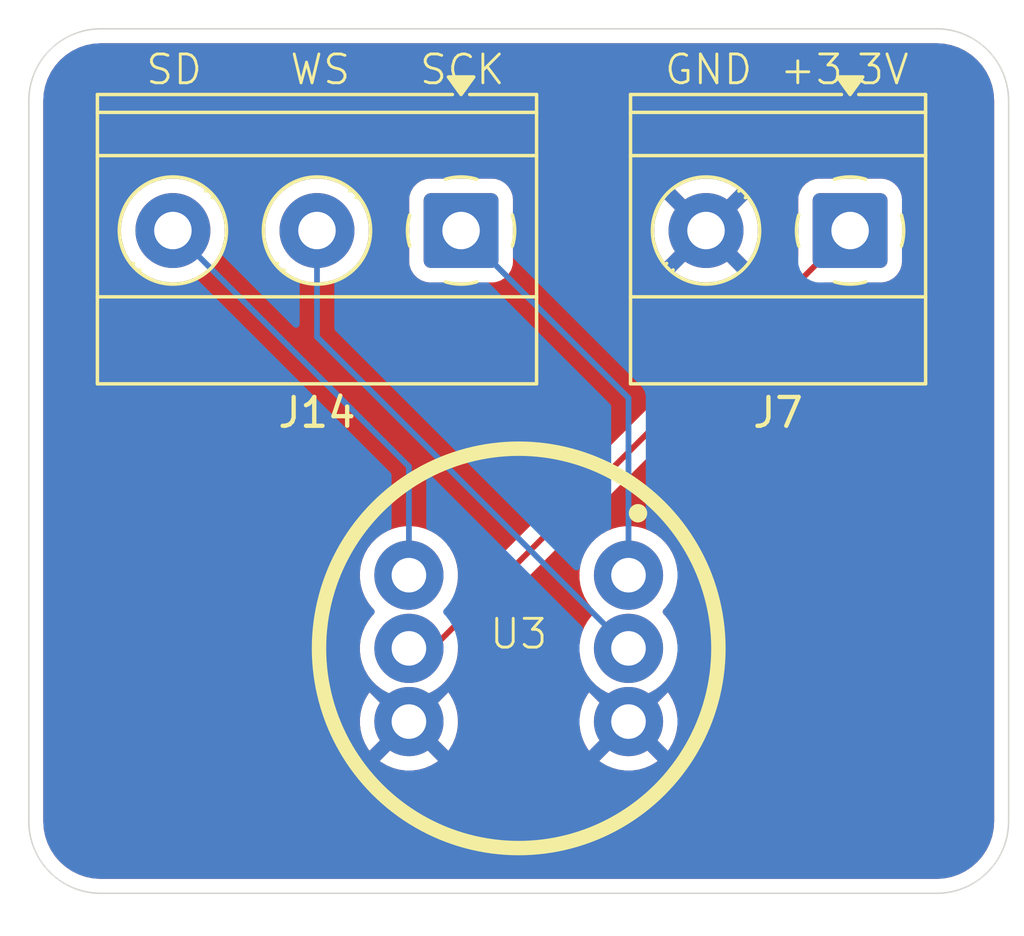
<source format=kicad_pcb>
(kicad_pcb (version 20241229) (generator "pcbnew") (generator_version "9.0")
  (layers (0 "F.Cu" signal) (2 "B.Cu" signal) (13 "F.Paste" user) (15 "B.Paste" user) (5 "F.SilkS" user "F.Silkscreen") (7 "B.SilkS" user "B.Silkscreen") (1 "F.Mask" user) (3 "B.Mask" user) (25 "Edge.Cuts" user))
  (net 0 "")
  (net 1 "GND")
  (net 2 "+3.3V")
  (net 3 "WS")
  (net 4 "SD")
  (net 5 "SCK")
  (footprint "TerminalBlock_Phoenix:TerminalBlock_Phoenix_MKDS-1,5-3_1x03_P5.00mm_Horizontal" (layer "F.Cu") (at 130 54 180)
    (property "Reference" "J14" (at 5 -6.32 0) (layer "F.SilkS"))
    (property "Value" "Screw_Terminal_01x03")
    (fp_line (start 12.62 -5.32) (end 12.62 4.72) (stroke (width 0.12)) (layer "F.SilkS"))
    (fp_line (start 11.411 -1.184) (end 11.367 -1.14) (stroke (width 0.12)) (layer "F.SilkS"))
    (fp_line (start 11.184 -1.411) (end 11.14 -1.367) (stroke (width 0.12)) (layer "F.SilkS"))
    (fp_line (start 8.86 1.367) (end 8.816 1.41) (stroke (width 0.12)) (layer "F.SilkS"))
    (fp_line (start 8.633 1.14) (end 8.589 1.183) (stroke (width 0.12)) (layer "F.SilkS"))
    (fp_line (start 6.411 -1.184) (end 6.367 -1.14) (stroke (width 0.12)) (layer "F.SilkS"))
    (fp_line (start 6.184 -1.411) (end 6.14 -1.367) (stroke (width 0.12)) (layer "F.SilkS"))
    (fp_line (start 3.86 1.367) (end 3.816 1.41) (stroke (width 0.12)) (layer "F.SilkS"))
    (fp_line (start 3.633 1.14) (end 3.589 1.183) (stroke (width 0.12)) (layer "F.SilkS"))
    (fp_line (start 0.3 4.72) (end 12.62 4.72) (stroke (width 0.12)) (layer "F.SilkS"))
    (fp_line (start -2.62 4.72) (end -0.3 4.72) (stroke (width 0.12)) (layer "F.SilkS"))
    (fp_line (start -2.62 4.1) (end 12.62 4.1) (stroke (width 0.12)) (layer "F.SilkS"))
    (fp_line (start -2.62 2.6) (end 12.62 2.6) (stroke (width 0.12)) (layer "F.SilkS"))
    (fp_line (start -2.62 -2.3) (end 12.62 -2.3) (stroke (width 0.12)) (layer "F.SilkS"))
    (fp_line (start -2.62 -5.32) (end 12.62 -5.32) (stroke (width 0.12)) (layer "F.SilkS"))
    (fp_line (start -2.62 -5.32) (end -2.62 4.72) (stroke (width 0.12)) (layer "F.SilkS"))
    (fp_arc (start 1.78 -0.54) (mid 1.860107 -0.000355) (end 1.780206 0.539321) (stroke (width 0.12)) (layer "F.SilkS"))
    (fp_arc (start 0.54 1.78) (mid 0.000355 1.860107) (end -0.539321 1.780206) (stroke (width 0.12)) (layer "F.SilkS"))
    (fp_arc (start -0.54 -1.78) (mid -0.000355 -1.860107) (end 0.539321 -1.780206) (stroke (width 0.12)) (layer "F.SilkS"))
    (fp_arc (start -1.78 0.54) (mid -1.860107 0.000355) (end -1.780206 -0.539321) (stroke (width 0.12)) (layer "F.SilkS"))
    (fp_circle (center 10 0) (end 11.86 0) (stroke (width 0.12)) (fill no) (layer "F.SilkS"))
    (fp_circle (center 5 0) (end 6.86 0) (stroke (width 0.12)) (fill no) (layer "F.SilkS"))
    (fp_poly (pts (xy 0 4.72) (xy 0.44 5.33) (xy -0.44 5.33) (xy 0 4.72)) (stroke (width 0.12)) (fill yes) (layer "F.SilkS"))
    (pad "1" thru_hole roundrect (at 0 0 180) (size 2.6 2.6) (drill 1.3) (layers "*.Cu" "*.Mask") (roundrect_rratio 0.096154) (net 5 "SCK"))
    (pad "2" thru_hole circle (at 5 0 180) (size 2.6 2.6) (drill 1.3) (layers "*.Cu" "*.Mask") (net 3 "WS"))
    (pad "3" thru_hole circle (at 10 0 180) (size 2.6 2.6) (drill 1.3) (layers "*.Cu" "*.Mask") (net 4 "SD"))
  )
  (footprint "TerminalBlock_Phoenix:TerminalBlock_Phoenix_MKDS-1,5-2_1x02_P5.00mm_Horizontal" (layer "F.Cu") (at 143.5 54 180)
    (property "Reference" "J7" (at 2.5 -6.32 0) (layer "F.SilkS"))
    (property "Value" "Screw_Terminal_01x02")
    (fp_line (start 7.62 -5.32) (end 7.62 4.72) (stroke (width 0.12)) (layer "F.SilkS"))
    (fp_line (start 6.411 -1.184) (end 6.367 -1.14) (stroke (width 0.12)) (layer "F.SilkS"))
    (fp_line (start 6.184 -1.411) (end 6.14 -1.367) (stroke (width 0.12)) (layer "F.SilkS"))
    (fp_line (start 3.86 1.367) (end 3.816 1.41) (stroke (width 0.12)) (layer "F.SilkS"))
    (fp_line (start 3.633 1.14) (end 3.589 1.183) (stroke (width 0.12)) (layer "F.SilkS"))
    (fp_line (start 0.3 4.72) (end 7.62 4.72) (stroke (width 0.12)) (layer "F.SilkS"))
    (fp_line (start -2.62 4.72) (end -0.3 4.72) (stroke (width 0.12)) (layer "F.SilkS"))
    (fp_line (start -2.62 4.1) (end 7.62 4.1) (stroke (width 0.12)) (layer "F.SilkS"))
    (fp_line (start -2.62 2.6) (end 7.62 2.6) (stroke (width 0.12)) (layer "F.SilkS"))
    (fp_line (start -2.62 -2.3) (end 7.62 -2.3) (stroke (width 0.12)) (layer "F.SilkS"))
    (fp_line (start -2.62 -5.32) (end 7.62 -5.32) (stroke (width 0.12)) (layer "F.SilkS"))
    (fp_line (start -2.62 -5.32) (end -2.62 4.72) (stroke (width 0.12)) (layer "F.SilkS"))
    (fp_arc (start 1.78 -0.54) (mid 1.860107 -0.000355) (end 1.780206 0.539321) (stroke (width 0.12)) (layer "F.SilkS"))
    (fp_arc (start 0.54 1.78) (mid 0.000355 1.860107) (end -0.539321 1.780206) (stroke (width 0.12)) (layer "F.SilkS"))
    (fp_arc (start -0.54 -1.78) (mid -0.000355 -1.860107) (end 0.539321 -1.780206) (stroke (width 0.12)) (layer "F.SilkS"))
    (fp_arc (start -1.78 0.54) (mid -1.860107 0.000355) (end -1.780206 -0.539321) (stroke (width 0.12)) (layer "F.SilkS"))
    (fp_circle (center 5 0) (end 6.86 0) (stroke (width 0.12)) (fill no) (layer "F.SilkS"))
    (fp_poly (pts (xy 0 4.72) (xy 0.44 5.33) (xy -0.44 5.33) (xy 0 4.72)) (stroke (width 0.12)) (fill yes) (layer "F.SilkS"))
    (pad "1" thru_hole roundrect (at 0 0 180) (size 2.6 2.6) (drill 1.3) (layers "*.Cu" "*.Mask") (roundrect_rratio 0.096154) (net 2 "+3.3V"))
    (pad "2" thru_hole circle (at 5 0 180) (size 2.6 2.6) (drill 1.3) (layers "*.Cu" "*.Mask") (net 1 "GND"))
  )
  (footprint "Propia:INMP441" (layer "F.Cu") (at 132 68.5)
    (property "Reference" "U3" (at 0 -0.5 0) (layer "F.SilkS") (effects (font (thickness 0.1))))
    (property "Value" "INMP441")
    (fp_circle (center 0 0) (end 6.93 0) (stroke (width 0.5)) (fill no) (layer "F.SilkS"))
    (fp_circle (center 4.14 -4.69) (end 4.39 -4.59) (stroke (width 0.1)) (fill yes) (layer "F.SilkS"))
    (pad "1" thru_hole circle (at 3.81 -2.54) (size 2.4 2.4) (drill 1.2) (layers "*.Cu" "*.Mask") (net 5 "SCK"))
    (pad "2" thru_hole circle (at 3.81 0) (size 2.4 2.4) (drill 1.2) (layers "*.Cu" "*.Mask") (net 3 "WS"))
    (pad "3" thru_hole circle (at 3.81 2.54) (size 2.4 2.4) (drill 1.2) (layers "*.Cu" "*.Mask") (net 1 "GND"))
    (pad "4" thru_hole circle (at -3.81 -2.54) (size 2.4 2.4) (drill 1.2) (layers "*.Cu" "*.Mask") (net 4 "SD"))
    (pad "5" thru_hole circle (at -3.81 0) (size 2.4 2.4) (drill 1.2) (layers "*.Cu" "*.Mask") (net 2 "+3.3V"))
    (pad "6" thru_hole circle (at -3.81 2.54) (size 2.4 2.4) (drill 1.2) (layers "*.Cu" "*.Mask") (net 1 "GND"))
  )
  (gr_arc (start 117.5 77) (mid 115.732233 76.267767) (end 115 74.5) (stroke (width 0.05)) (layer "Edge.Cuts"))
  (gr_arc (start 115 49.5) (mid 115.732233 47.732233) (end 117.5 47) (stroke (width 0.05)) (layer "Edge.Cuts"))
  (gr_line (start 146.5 77) (end 117.5 77) (stroke (width 0.05)) (layer "Edge.Cuts"))
  (gr_arc (start 149 74.5) (mid 148.267767 76.267767) (end 146.5 77) (stroke (width 0.05)) (layer "Edge.Cuts"))
  (gr_line (start 149 49.5) (end 149 74.5) (stroke (width 0.05)) (layer "Edge.Cuts"))
  (gr_line (start 117.5 47) (end 146.5 47) (stroke (width 0.05)) (layer "Edge.Cuts"))
  (gr_arc (start 146.5 47) (mid 148.267767 47.732233) (end 149 49.5) (stroke (width 0.05)) (layer "Edge.Cuts"))
  (gr_line (start 115 74.5) (end 115 49.5) (stroke (width 0.05)) (layer "Edge.Cuts"))
  (gr_text "SD" (at 119 49 0) (layer "F.SilkS") (effects (font (size 1 1) (thickness 0.1)) (justify left bottom)))
  (gr_text "GND" (at 137 49 0) (layer "F.SilkS") (effects (font (size 1 1) (thickness 0.1)) (justify left bottom)))
  (gr_text "WS" (at 124 49 0) (layer "F.SilkS") (effects (font (size 1 1) (thickness 0.1)) (justify left bottom)))
  (gr_text "SCK" (at 128.5 49 0) (layer "F.SilkS") (effects (font (size 1 1) (thickness 0.1)) (justify left bottom)))
  (gr_text "+3.3V" (at 141 49 0) (layer "F.SilkS") (effects (font (size 1 1) (thickness 0.1)) (justify left bottom)))
  (segment (start 129 68.5) (end 128.19 68.5) (width 0.2) (layer "F.Cu") (net 2))
  (segment (start 143.5 54) (end 129 68.5) (width 0.2) (layer "F.Cu") (net 2))
  (segment (start 125 57.69) (end 135.81 68.5) (width 0.2) (layer "B.Cu") (net 3))
  (segment (start 125 54) (end 125 57.69) (width 0.2) (layer "B.Cu") (net 3))
  (segment (start 120 54) (end 128.19 62.19) (width 0.2) (layer "B.Cu") (net 4))
  (segment (start 128.19 62.19) (end 128.19 65.96) (width 0.2) (layer "B.Cu") (net 4))
  (segment (start 130 54) (end 135.81 59.81) (width 0.2) (layer "B.Cu") (net 5))
  (segment (start 135.81 59.81) (end 135.81 65.96) (width 0.2) (layer "B.Cu") (net 5))
  (zone (net 1) (net_name "GND") (layers "F.Cu" "B.Cu") (connect_pads (clearance 0.5)) (min_thickness 0.25) (fill yes (thermal_gap 0.5) (thermal_bridge_width 0.5))
    (polygon (pts (xy 114.5 46) (xy 149.5 46) (xy 149.5 78.5) (xy 114 78.5)))
  )
)
</source>
